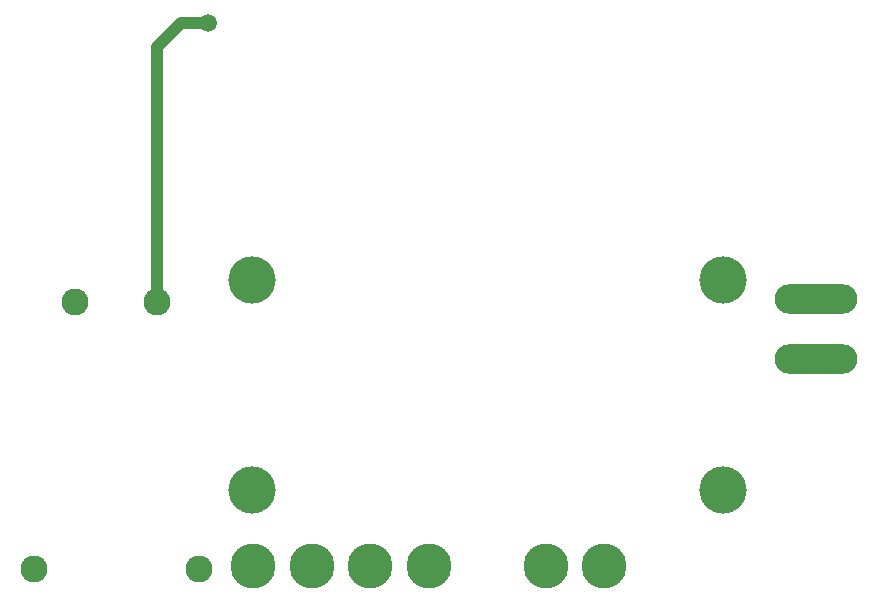
<source format=gbl>
G04 #@! TF.FileFunction,Copper,L2,Bot,Signal*
%FSLAX46Y46*%
G04 Gerber Fmt 4.6, Leading zero omitted, Abs format (unit mm)*
G04 Created by KiCad (PCBNEW 4.0.7) date 02/27/21 15:52:34*
%MOMM*%
%LPD*%
G01*
G04 APERTURE LIST*
%ADD10C,0.100000*%
%ADD11C,4.000000*%
%ADD12O,7.000000X2.500000*%
%ADD13C,3.810000*%
%ADD14C,2.286000*%
%ADD15C,1.500000*%
%ADD16C,0.250000*%
%ADD17C,1.000000*%
G04 APERTURE END LIST*
D10*
D11*
X35941000Y-40767000D03*
X35941000Y-58547000D03*
X75819000Y-58547000D03*
X75819000Y-40767000D03*
D12*
X83693000Y-42418000D03*
X83693000Y-47498000D03*
D13*
X65786000Y-65024000D03*
X60833000Y-65024000D03*
X50927000Y-65024000D03*
X45974000Y-65024000D03*
X41021000Y-65024000D03*
X36068000Y-65024000D03*
D14*
X17526000Y-65278000D03*
X31496000Y-65278000D03*
X20955000Y-42672000D03*
X27940000Y-42672000D03*
D15*
X32258000Y-19050000D03*
D16*
X83693000Y-41783000D02*
X83693000Y-42418000D01*
D17*
X27940000Y-21082000D02*
X27940000Y-42672000D01*
X29972000Y-19050000D02*
X27940000Y-21082000D01*
X32258000Y-19050000D02*
X29972000Y-19050000D01*
D16*
X27940000Y-42672000D02*
X27940000Y-42164000D01*
M02*

</source>
